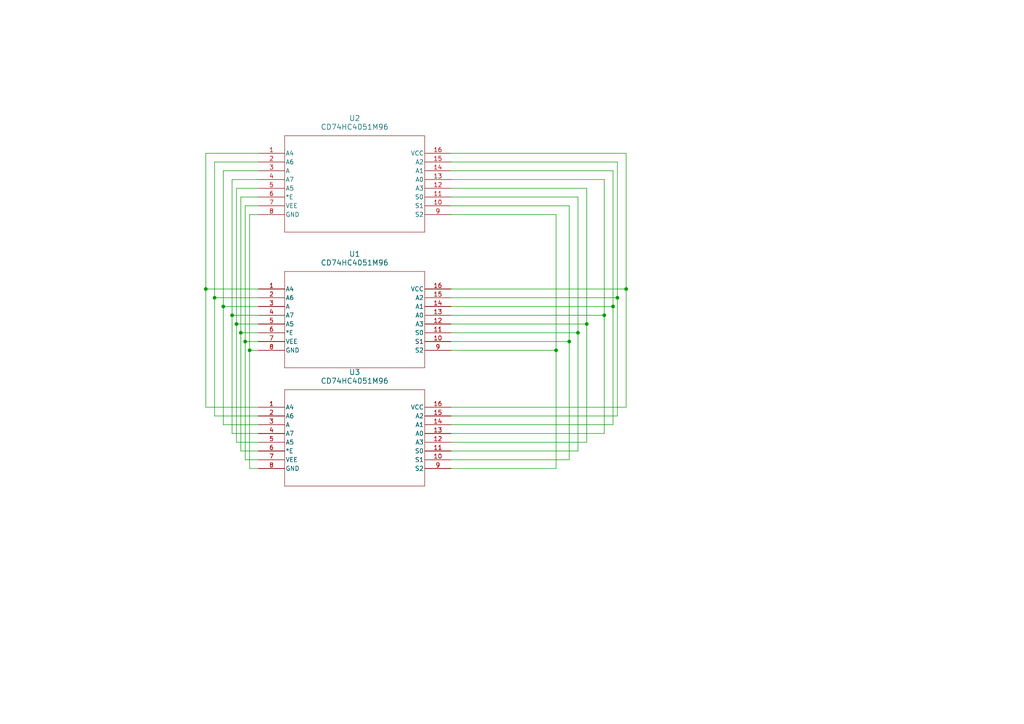
<source format=kicad_sch>
(kicad_sch (version 20230121) (generator eeschema)
  (paper "A4")
  (lib_symbols
    (symbol "2024-07-05_15-23-45:CD74HC4051M96" (pin_names (offset 0.254))
      (property "Reference" "U" (at 27.94 10.16 0))
      (property "Value" "CD74HC4051M96" (at 27.94 7.62 0))
      (symbol "CD74HC4051M96_0_1"
        (polyline (pts (xy 7.62 -22.86) (xy 48.26 -22.86)) (stroke (width 0.127)))
        (polyline (pts (xy 7.62 5.08) (xy 7.62 -22.86)) (stroke (width 0.127)))
        (polyline (pts (xy 48.26 -22.86) (xy 48.26 5.08)) (stroke (width 0.127)))
        (polyline (pts (xy 48.26 5.08) (xy 7.62 5.08)) (stroke (width 0.127)))
        (pin bidirectional line (at 0 0 0) (length 7.62) (name "A4") (number "1"))
        (pin bidirectional line (at 55.88 -15.24 180) (length 7.62) (name "S1") (number "10"))
        (pin bidirectional line (at 55.88 -12.7 180) (length 7.62) (name "S0") (number "11"))
        (pin bidirectional line (at 55.88 -10.16 180) (length 7.62) (name "A3") (number "12"))
        (pin bidirectional line (at 55.88 -7.62 180) (length 7.62) (name "A0") (number "13"))
        (pin bidirectional line (at 55.88 -5.08 180) (length 7.62) (name "A1") (number "14"))
        (pin bidirectional line (at 55.88 -2.54 180) (length 7.62) (name "A2") (number "15"))
        (pin power_in line (at 55.88 0 180) (length 7.62) (name "VCC") (number "16"))
        (pin bidirectional line (at 0 -2.54 0) (length 7.62) (name "A6") (number "2"))
        (pin bidirectional line (at 0 -5.08 0) (length 7.62) (name "A") (number "3"))
        (pin bidirectional line (at 0 -7.62 0) (length 7.62) (name "A7") (number "4"))
        (pin bidirectional line (at 0 -10.16 0) (length 7.62) (name "A5") (number "5"))
        (pin input line (at 0 -12.7 0) (length 7.62) (name "*E") (number "6"))
        (pin power_in line (at 0 -15.24 0) (length 7.62) (name "VEE") (number "7"))
        (pin power_in line (at 0 -17.78 0) (length 7.62) (name "GND") (number "8"))
        (pin bidirectional line (at 55.88 -17.78 180) (length 7.62) (name "S2") (number "9"))
      )
    )
  )
  (junction (at 72.39 101.6))
  (junction (at 69.85 96.52))
  (junction (at 165.1 99.06))
  (junction (at 64.77 88.9))
  (junction (at 59.69 83.82))
  (junction (at 179.07 86.36))
  (junction (at 175.26 91.44))
  (junction (at 71.12 99.06))
  (junction (at 181.61 83.82))
  (junction (at 62.23 86.36))
  (junction (at 161.29 101.6))
  (junction (at 170.18 93.98))
  (junction (at 177.8 88.9))
  (junction (at 167.64 96.52))
  (junction (at 67.31 91.44))
  (junction (at 68.58 93.98))
  (wire (pts (xy 74.93 54.61) (xy 68.58 54.61)))
  (wire (pts (xy 64.77 49.53) (xy 64.77 88.9)))
  (wire (pts (xy 177.8 49.53) (xy 177.8 88.9)))
  (wire (pts (xy 130.81 54.61) (xy 170.18 54.61)))
  (wire (pts (xy 59.69 118.11) (xy 59.69 83.82)))
  (wire (pts (xy 177.8 88.9) (xy 177.8 123.19)))
  (wire (pts (xy 62.23 86.36) (xy 74.93 86.36)))
  (wire (pts (xy 67.31 52.07) (xy 67.31 91.44)))
  (wire (pts (xy 167.64 57.15) (xy 167.64 96.52)))
  (wire (pts (xy 74.93 49.53) (xy 64.77 49.53)))
  (wire (pts (xy 69.85 96.52) (xy 74.93 96.52)))
  (wire (pts (xy 130.81 101.6) (xy 161.29 101.6)))
  (wire (pts (xy 130.81 91.44) (xy 175.26 91.44)))
  (wire (pts (xy 74.93 44.45) (xy 59.69 44.45)))
  (wire (pts (xy 74.93 120.65) (xy 62.23 120.65)))
  (wire (pts (xy 130.81 86.36) (xy 179.07 86.36)))
  (wire (pts (xy 181.61 44.45) (xy 181.61 83.82)))
  (wire (pts (xy 130.81 93.98) (xy 170.18 93.98)))
  (wire (pts (xy 161.29 101.6) (xy 161.29 135.89)))
  (wire (pts (xy 72.39 101.6) (xy 72.39 135.89)))
  (wire (pts (xy 175.26 52.07) (xy 175.26 91.44)))
  (wire (pts (xy 64.77 123.19) (xy 64.77 88.9)))
  (wire (pts (xy 130.81 83.82) (xy 181.61 83.82)))
  (wire (pts (xy 130.81 46.99) (xy 179.07 46.99)))
  (wire (pts (xy 72.39 135.89) (xy 74.93 135.89)))
  (wire (pts (xy 179.07 120.65) (xy 130.81 120.65)))
  (wire (pts (xy 179.07 86.36) (xy 179.07 120.65)))
  (wire (pts (xy 72.39 101.6) (xy 74.93 101.6)))
  (wire (pts (xy 71.12 99.06) (xy 71.12 133.35)))
  (wire (pts (xy 161.29 135.89) (xy 130.81 135.89)))
  (wire (pts (xy 130.81 49.53) (xy 177.8 49.53)))
  (wire (pts (xy 165.1 99.06) (xy 165.1 133.35)))
  (wire (pts (xy 181.61 118.11) (xy 130.81 118.11)))
  (wire (pts (xy 170.18 54.61) (xy 170.18 93.98)))
  (wire (pts (xy 74.93 91.44) (xy 67.31 91.44)))
  (wire (pts (xy 69.85 96.52) (xy 69.85 130.81)))
  (wire (pts (xy 130.81 52.07) (xy 175.26 52.07)))
  (wire (pts (xy 177.8 123.19) (xy 130.81 123.19)))
  (wire (pts (xy 69.85 130.81) (xy 74.93 130.81)))
  (wire (pts (xy 175.26 91.44) (xy 175.26 125.73)))
  (wire (pts (xy 72.39 62.23) (xy 72.39 101.6)))
  (wire (pts (xy 68.58 128.27) (xy 68.58 93.98)))
  (wire (pts (xy 62.23 120.65) (xy 62.23 86.36)))
  (wire (pts (xy 69.85 57.15) (xy 69.85 96.52)))
  (wire (pts (xy 68.58 54.61) (xy 68.58 93.98)))
  (wire (pts (xy 130.81 96.52) (xy 167.64 96.52)))
  (wire (pts (xy 67.31 91.44) (xy 67.31 125.73)))
  (wire (pts (xy 71.12 99.06) (xy 74.93 99.06)))
  (wire (pts (xy 130.81 59.69) (xy 165.1 59.69)))
  (wire (pts (xy 130.81 62.23) (xy 161.29 62.23)))
  (wire (pts (xy 74.93 118.11) (xy 59.69 118.11)))
  (wire (pts (xy 62.23 46.99) (xy 62.23 86.36)))
  (wire (pts (xy 67.31 125.73) (xy 74.93 125.73)))
  (wire (pts (xy 179.07 46.99) (xy 179.07 86.36)))
  (wire (pts (xy 167.64 130.81) (xy 130.81 130.81)))
  (wire (pts (xy 130.81 99.06) (xy 165.1 99.06)))
  (wire (pts (xy 165.1 59.69) (xy 165.1 99.06)))
  (wire (pts (xy 74.93 62.23) (xy 72.39 62.23)))
  (wire (pts (xy 74.93 128.27) (xy 68.58 128.27)))
  (wire (pts (xy 74.93 59.69) (xy 71.12 59.69)))
  (wire (pts (xy 130.81 88.9) (xy 177.8 88.9)))
  (wire (pts (xy 130.81 44.45) (xy 181.61 44.45)))
  (wire (pts (xy 59.69 44.45) (xy 59.69 83.82)))
  (wire (pts (xy 68.58 93.98) (xy 74.93 93.98)))
  (wire (pts (xy 130.81 57.15) (xy 167.64 57.15)))
  (wire (pts (xy 71.12 59.69) (xy 71.12 99.06)))
  (wire (pts (xy 181.61 83.82) (xy 181.61 118.11)))
  (wire (pts (xy 71.12 133.35) (xy 74.93 133.35)))
  (wire (pts (xy 130.81 125.73) (xy 175.26 125.73)))
  (wire (pts (xy 165.1 133.35) (xy 130.81 133.35)))
  (wire (pts (xy 64.77 88.9) (xy 74.93 88.9)))
  (wire (pts (xy 170.18 93.98) (xy 170.18 128.27)))
  (wire (pts (xy 170.18 128.27) (xy 130.81 128.27)))
  (wire (pts (xy 167.64 96.52) (xy 167.64 130.81)))
  (wire (pts (xy 74.93 123.19) (xy 64.77 123.19)))
  (wire (pts (xy 74.93 52.07) (xy 67.31 52.07)))
  (wire (pts (xy 161.29 62.23) (xy 161.29 101.6)))
  (wire (pts (xy 74.93 57.15) (xy 69.85 57.15)))
  (wire (pts (xy 59.69 83.82) (xy 74.93 83.82)))
  (wire (pts (xy 74.93 46.99) (xy 62.23 46.99)))
  (symbol (lib_id "2024-07-05_15-23-45:CD74HC4051M96") (at 74.93 83.82 0) (unit 1)
    (property "Reference" "U1" (at 102.87 73.66 0) (effects (font (size 1.524 1.524))))
    (property "Value" "CD74HC4051M96" (at 102.87 76.2 0) (effects (font (size 1.524 1.524))))
    (property "Footprint" "Package_DIP:DIP-16_W7.62mm_LongPads" (effects hide))
    (property "Datasheet" "CD74HC4051M96" (effects hide))
  )
  (symbol (lib_id "2024-07-05_15-23-45:CD74HC4051M96") (at 74.93 44.45 0) (unit 1)
    (property "Reference" "U2" (at 102.87 34.29 0) (effects (font (size 1.524 1.524))))
    (property "Value" "CD74HC4051M96" (at 102.87 36.83 0) (effects (font (size 1.524 1.524))))
    (property "Footprint" "Relay_parts:D16" (effects hide))
    (property "Datasheet" "CD74HC4051M96" (effects hide))
  )
  (symbol (lib_id "2024-07-05_15-23-45:CD74HC4051M96") (at 74.93 118.11 0) (unit 1)
    (property "Reference" "U3" (at 102.87 107.95 0) (effects (font (size 1.524 1.524))))
    (property "Value" "CD74HC4051M96" (at 102.87 110.49 0) (effects (font (size 1.524 1.524))))
    (property "Footprint" "Relay_parts:PW16" (effects hide))
    (property "Datasheet" "CD74HC4051M96" (effects hide))
  )
)
</source>
